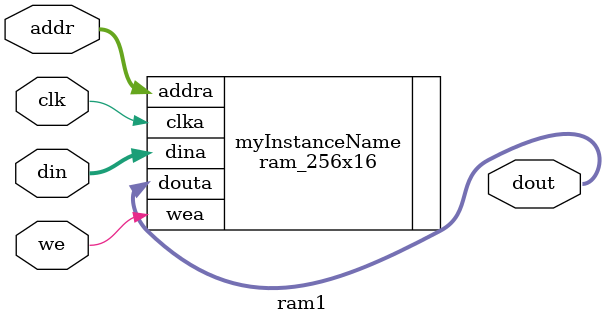
<source format=v>
`timescale 1ns / 1ps

/*************************************************************
Author:    Poff, Samuel
Email:     spoff42@gmail.cim
File Name: ram1.v
Date:      11Oct2016
Version:   1.0

Notes: This file instantiates a 256 x 16 bit ram module.

The Inputs Follow:
Clock (name: clk[linked Nexys3 onboard oscillator]).
Write Enable (name: we[linked to output of debo1, a debonce module]).
Address (name: addr[linked to output of addr_seq module]).
Data Input (name: din[linked to eight on board switches, half
            of the data is assigned 8'hFF, while the other half
            is dictated by the switches]).

The Outputs Follow:
Data Out (name: dout[gets split into four 4'b portions of data
          representing the top and bottom four bits of the address
          and data at a given location in the memory]).
      
   This module was created using the CoreGen memory generating
program. A program which allows us to easily create ram modules 
which will fit the specifications dictated by the project.  
**************************************************************/

module ram1(
    input clk,
    input we,
    input [15:0] addr,
    input [15:0] din,
    output [15:0] dout
    );

    ram_256x16 myInstanceName (
    .clka(clk), // input clka
    .wea(we), // input [0 : 0] wea
    .addra(addr), // input [7 : 0] addra
    .dina(din), // input [15 : 0] dina
    .douta(dout) // output [15 : 0] douta
);
    
endmodule

</source>
